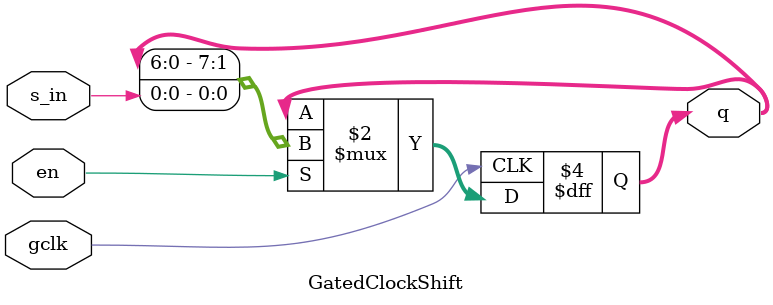
<source format=sv>
module GatedClockShift #(parameter BITS=8) (
    input gclk,  // 门控时钟
    input en, s_in,
    output reg [BITS-1:0] q
);
always @(posedge gclk) begin
    if (en) q <= {q[BITS-2:0], s_in};
end
endmodule

</source>
